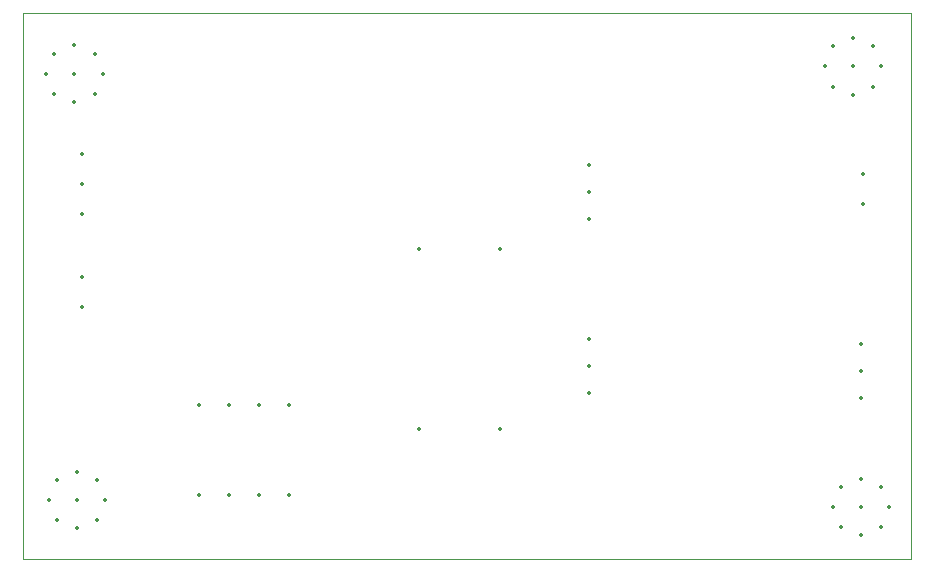
<source format=gko>
%TF.GenerationSoftware,KiCad,Pcbnew,8.0.8*%
%TF.CreationDate,2025-01-31T21:35:32+01:00*%
%TF.ProjectId,BufferCorrente,42756666-6572-4436-9f72-72656e74652e,rev?*%
%TF.SameCoordinates,Original*%
%TF.FileFunction,Profile,NP*%
%FSLAX46Y46*%
G04 Gerber Fmt 4.6, Leading zero omitted, Abs format (unit mm)*
G04 Created by KiCad (PCBNEW 8.0.8) date 2025-01-31 21:35:32*
%MOMM*%
%LPD*%
G01*
G04 APERTURE LIST*
%TA.AperFunction,Profile*%
%ADD10C,0.050000*%
%TD*%
%ADD11C,0.350000*%
G04 APERTURE END LIST*
D10*
X118200000Y-76200000D02*
X193400000Y-76200000D01*
X193400000Y-122400000D01*
X118200000Y-122400000D01*
X118200000Y-76200000D01*
D11*
X133180000Y-117020000D03*
X135720000Y-117020000D03*
X138260000Y-117020000D03*
X140800000Y-117020000D03*
X140800000Y-109400000D03*
X138260000Y-109400000D03*
X135720000Y-109400000D03*
X133180000Y-109400000D03*
X151800000Y-96180000D03*
X151800000Y-111420000D03*
X158600000Y-96180000D03*
X158600000Y-111420000D03*
X189200000Y-108760000D03*
X189200000Y-106480000D03*
X189200000Y-104200000D03*
X166200000Y-103800000D03*
X166200000Y-106080000D03*
X166200000Y-108360000D03*
X166200000Y-93600000D03*
X166200000Y-91320000D03*
X166200000Y-89040000D03*
X123200000Y-93200000D03*
X123200000Y-90660000D03*
X123200000Y-88120000D03*
X189400000Y-92340000D03*
X189400000Y-89800000D03*
X123200000Y-101060000D03*
X123200000Y-98520000D03*
X186800000Y-118000000D03*
X187502944Y-116302944D03*
X187502944Y-119697056D03*
X189200000Y-115600000D03*
X189200000Y-118000000D03*
X189200000Y-120400000D03*
X190897056Y-116302944D03*
X190897056Y-119697056D03*
X191600000Y-118000000D03*
X186102944Y-80697056D03*
X186805888Y-79000000D03*
X186805888Y-82394112D03*
X188502944Y-78297056D03*
X188502944Y-80697056D03*
X188502944Y-83097056D03*
X190200000Y-79000000D03*
X190200000Y-82394112D03*
X190902944Y-80697056D03*
X120400000Y-117400000D03*
X121102944Y-115702944D03*
X121102944Y-119097056D03*
X122800000Y-115000000D03*
X122800000Y-117400000D03*
X122800000Y-119800000D03*
X124497056Y-115702944D03*
X124497056Y-119097056D03*
X125200000Y-117400000D03*
X125000000Y-81297056D03*
X124297056Y-82994112D03*
X124297056Y-79600000D03*
X122600000Y-83697056D03*
X122600000Y-81297056D03*
X122600000Y-78897056D03*
X120902944Y-82994112D03*
X120902944Y-79600000D03*
X120200000Y-81297056D03*
M02*

</source>
